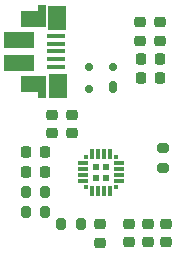
<source format=gbr>
%TF.GenerationSoftware,KiCad,Pcbnew,8.0.5*%
%TF.CreationDate,2025-10-24T23:35:39+02:00*%
%TF.ProjectId,U2O,55324f2e-6b69-4636-9164-5f7063625858,rev?*%
%TF.SameCoordinates,Original*%
%TF.FileFunction,Paste,Top*%
%TF.FilePolarity,Positive*%
%FSLAX46Y46*%
G04 Gerber Fmt 4.6, Leading zero omitted, Abs format (unit mm)*
G04 Created by KiCad (PCBNEW 8.0.5) date 2025-10-24 23:35:39*
%MOMM*%
%LPD*%
G01*
G04 APERTURE LIST*
G04 Aperture macros list*
%AMRoundRect*
0 Rectangle with rounded corners*
0 $1 Rounding radius*
0 $2 $3 $4 $5 $6 $7 $8 $9 X,Y pos of 4 corners*
0 Add a 4 corners polygon primitive as box body*
4,1,4,$2,$3,$4,$5,$6,$7,$8,$9,$2,$3,0*
0 Add four circle primitives for the rounded corners*
1,1,$1+$1,$2,$3*
1,1,$1+$1,$4,$5*
1,1,$1+$1,$6,$7*
1,1,$1+$1,$8,$9*
0 Add four rect primitives between the rounded corners*
20,1,$1+$1,$2,$3,$4,$5,0*
20,1,$1+$1,$4,$5,$6,$7,0*
20,1,$1+$1,$6,$7,$8,$9,0*
20,1,$1+$1,$8,$9,$2,$3,0*%
G04 Aperture macros list end*
%ADD10RoundRect,0.225000X0.225000X0.250000X-0.225000X0.250000X-0.225000X-0.250000X0.225000X-0.250000X0*%
%ADD11RoundRect,0.225000X-0.250000X0.225000X-0.250000X-0.225000X0.250000X-0.225000X0.250000X0.225000X0*%
%ADD12RoundRect,0.225000X0.250000X-0.225000X0.250000X0.225000X-0.250000X0.225000X-0.250000X-0.225000X0*%
%ADD13RoundRect,0.218750X0.218750X0.256250X-0.218750X0.256250X-0.218750X-0.256250X0.218750X-0.256250X0*%
%ADD14R,1.650000X0.400000*%
%ADD15R,0.700000X1.825000*%
%ADD16R,1.500000X2.000000*%
%ADD17R,2.000000X1.350000*%
%ADD18R,2.500000X1.430000*%
%ADD19RoundRect,0.218750X0.256250X-0.218750X0.256250X0.218750X-0.256250X0.218750X-0.256250X-0.218750X0*%
%ADD20R,0.540000X0.540000*%
%ADD21R,0.300000X0.300000*%
%ADD22R,0.300000X0.900000*%
%ADD23R,0.900000X0.300000*%
%ADD24RoundRect,0.200000X-0.275000X0.200000X-0.275000X-0.200000X0.275000X-0.200000X0.275000X0.200000X0*%
%ADD25RoundRect,0.200000X0.200000X0.275000X-0.200000X0.275000X-0.200000X-0.275000X0.200000X-0.275000X0*%
%ADD26RoundRect,0.200000X-0.200000X-0.275000X0.200000X-0.275000X0.200000X0.275000X-0.200000X0.275000X0*%
%ADD27RoundRect,0.175000X0.175000X0.325000X-0.175000X0.325000X-0.175000X-0.325000X0.175000X-0.325000X0*%
%ADD28RoundRect,0.150000X0.200000X0.150000X-0.200000X0.150000X-0.200000X-0.150000X0.200000X-0.150000X0*%
G04 APERTURE END LIST*
D10*
%TO.C,C8*%
X31634996Y-26000001D03*
X30085004Y-25999999D03*
%TD*%
D11*
%TO.C,C7*%
X31635002Y-21270008D03*
X31635000Y-22820000D03*
%TD*%
D12*
%TO.C,C4*%
X24234998Y-30670004D03*
X24234998Y-29120004D03*
%TD*%
%TO.C,C10*%
X26565000Y-39930000D03*
X26565004Y-38380004D03*
%TD*%
D13*
%TO.C,L1*%
X31637500Y-24410000D03*
X30062500Y-24410000D03*
%TD*%
D14*
%TO.C,J2*%
X22884998Y-22430001D03*
X22885000Y-23080000D03*
X22885003Y-23729998D03*
X22885000Y-24380000D03*
X22885000Y-25030001D03*
D15*
X21685000Y-20780000D03*
D16*
X22985000Y-20880000D03*
D17*
X20935003Y-21000000D03*
D18*
X19735002Y-22770001D03*
X19734997Y-24689998D03*
D17*
X20935001Y-26479999D03*
D16*
X23004997Y-26629997D03*
D15*
X21685003Y-26730000D03*
%TD*%
D19*
%TO.C,L2*%
X29050000Y-39917500D03*
X29050000Y-38342500D03*
%TD*%
D20*
%TO.C,U1*%
X26225001Y-33519998D03*
X27124999Y-33520000D03*
X26224999Y-34419996D03*
X27124997Y-34419998D03*
D21*
X27925001Y-32719997D03*
D22*
X27425000Y-32419999D03*
X26925002Y-32420001D03*
X26424999Y-32419998D03*
X25925000Y-32419998D03*
D21*
X25424998Y-32719996D03*
D23*
X25125000Y-33219997D03*
X25125002Y-33719995D03*
X25124999Y-34219998D03*
X25124999Y-34719997D03*
D21*
X25424997Y-35219999D03*
D22*
X25924998Y-35519997D03*
X26424996Y-35519995D03*
X26924999Y-35519998D03*
X27424998Y-35519998D03*
D21*
X27925000Y-35220000D03*
D23*
X28224998Y-34719999D03*
X28224996Y-34220001D03*
X28224999Y-33719998D03*
X28224999Y-33219999D03*
%TD*%
D24*
%TO.C,R4*%
X31929997Y-31945001D03*
X31930003Y-33594999D03*
%TD*%
D12*
%TO.C,C5*%
X22545000Y-30670000D03*
X22545000Y-29120000D03*
%TD*%
D25*
%TO.C,R3*%
X21954998Y-37309996D03*
X20305000Y-37310000D03*
%TD*%
D12*
%TO.C,C9*%
X30625000Y-39894994D03*
X30625004Y-38344998D03*
%TD*%
D11*
%TO.C,C6*%
X29970002Y-21280008D03*
X29970000Y-22830000D03*
%TD*%
D26*
%TO.C,R2*%
X20305002Y-35670010D03*
X21955000Y-35670000D03*
%TD*%
D25*
%TO.C,R1*%
X24965000Y-38390000D03*
X23315002Y-38390004D03*
%TD*%
D10*
%TO.C,C2*%
X21919994Y-33930001D03*
X20370002Y-33929999D03*
%TD*%
%TO.C,C1*%
X21919996Y-32250001D03*
X20370004Y-32249999D03*
%TD*%
D27*
%TO.C,D1*%
X27700000Y-26759999D03*
D28*
X27700002Y-25059994D03*
X25700001Y-25059999D03*
X25700000Y-26960000D03*
%TD*%
D12*
%TO.C,C3*%
X32209998Y-39879992D03*
X32210002Y-38329996D03*
%TD*%
M02*

</source>
